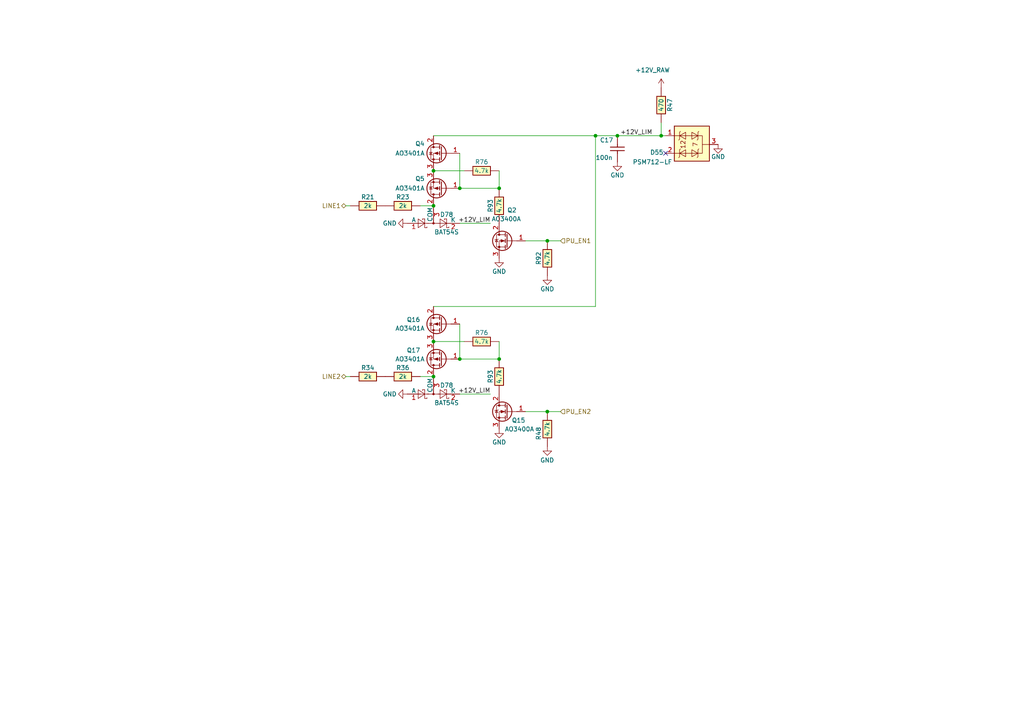
<source format=kicad_sch>
(kicad_sch (version 20230121) (generator eeschema)
  (paper "A4")
  (lib_symbols
    (symbol "Diode:BAT54S" (pin_names (offset 0))
      (property "Reference" "D" (at 2.54 -5.08 0))
      (property "Value" "BAT54S" (at -6.35 3.175 0))
      (symbol "BAT54S_0_1"
        (polyline (pts (xy -3.81 0) (xy -1.27 0)))
        (polyline (pts (xy -3.175 -1.27) (xy -3.175 -1.016)))
        (polyline (pts (xy -2.54 -1.27) (xy -3.175 -1.27)))
        (polyline (pts (xy -2.54 -1.27) (xy -2.54 1.27)))
        (polyline (pts (xy -2.54 1.27) (xy -1.905 1.27)))
        (polyline (pts (xy -1.905 0) (xy 1.905 0)))
        (polyline (pts (xy -1.905 1.27) (xy -1.905 1.016)))
        (polyline (pts (xy 1.27 0) (xy 3.81 0)))
        (polyline (pts (xy 3.175 -1.27) (xy 3.175 -1.016)))
        (polyline (pts (xy 3.81 -1.27) (xy 3.175 -1.27)))
        (polyline (pts (xy 3.81 -1.27) (xy 3.81 1.27)))
        (polyline (pts (xy 3.81 1.27) (xy 4.445 1.27)))
        (polyline (pts (xy 4.445 1.27) (xy 4.445 1.016)))
        (polyline (pts (xy -4.445 1.27) (xy -4.445 -1.27) (xy -2.54 0) (xy -4.445 1.27)))
        (polyline (pts (xy 1.905 1.27) (xy 1.905 -1.27) (xy 3.81 0) (xy 1.905 1.27)))
        (circle (center 0 0) (radius 0.254) (fill (type outline)))
      )
      (symbol "BAT54S_1_1"
        (pin passive line (at -7.62 0 0) (length 3.81) (name "A") (number "1"))
        (pin passive line (at 7.62 0 180) (length 3.81) (name "K") (number "2"))
        (pin passive line (at 0 -5.08 90) (length 5.08) (name "COM") (number "3"))
      )
    )
    (symbol "MOSFET-P_2" (pin_names hide)
      (property "Reference" "Q" (at 5.207 0.9085 0))
      (property "Value" "MOSFET-P_2" (at 5.207 -1.8666 0))
      (symbol "MOSFET-P_2_0_1"
        (polyline (pts (xy 0.254 0) (xy -2.54 0)))
        (polyline (pts (xy 0.254 1.905) (xy 0.254 -1.905)) (stroke (width 0.254)))
        (polyline (pts (xy 0.762 -1.27) (xy 0.762 -2.286)) (stroke (width 0.254)))
        (polyline (pts (xy 0.762 0.508) (xy 0.762 -0.508)) (stroke (width 0.254)))
        (polyline (pts (xy 0.762 2.286) (xy 0.762 1.27)) (stroke (width 0.254)))
        (polyline (pts (xy 2.54 2.54) (xy 2.54 1.778)))
        (polyline (pts (xy 2.54 -2.54) (xy 2.54 0) (xy 0.762 0)))
        (polyline (pts (xy 0.762 1.778) (xy 3.302 1.778) (xy 3.302 -1.778) (xy 0.762 -1.778)))
        (polyline (pts (xy 2.286 0) (xy 1.27 0.381) (xy 1.27 -0.381) (xy 2.286 0)) (fill (type outline)))
        (polyline (pts (xy 2.794 -0.508) (xy 2.921 -0.381) (xy 3.683 -0.381) (xy 3.81 -0.254)))
        (polyline (pts (xy 3.302 -0.381) (xy 2.921 0.254) (xy 3.683 0.254) (xy 3.302 -0.381)))
        (circle (center 1.651 0) (radius 2.794) (stroke (width 0.254)))
        (circle (center 2.54 -1.778) (radius 0.254) (fill (type outline)))
        (circle (center 2.54 1.778) (radius 0.254) (fill (type outline)))
      )
      (symbol "MOSFET-P_2_1_1"
        (pin input line (at -5.08 0 0) (length 2.54) (name "G") (number "1"))
        (pin passive line (at 2.54 5.08 270) (length 2.54) (name "D") (number "2"))
        (pin passive line (at 2.54 -5.08 90) (length 2.54) (name "S") (number "3"))
      )
    )
    (symbol "MOSFET-P_3" (pin_names hide)
      (property "Reference" "Q" (at 5.207 0.9085 0))
      (property "Value" "MOSFET-P_3" (at 5.207 -1.8666 0))
      (symbol "MOSFET-P_3_0_1"
        (polyline (pts (xy 0.254 0) (xy -2.54 0)))
        (polyline (pts (xy 0.254 1.905) (xy 0.254 -1.905)) (stroke (width 0.254)))
        (polyline (pts (xy 0.762 -1.27) (xy 0.762 -2.286)) (stroke (width 0.254)))
        (polyline (pts (xy 0.762 0.508) (xy 0.762 -0.508)) (stroke (width 0.254)))
        (polyline (pts (xy 0.762 2.286) (xy 0.762 1.27)) (stroke (width 0.254)))
        (polyline (pts (xy 2.54 2.54) (xy 2.54 1.778)))
        (polyline (pts (xy 2.54 -2.54) (xy 2.54 0) (xy 0.762 0)))
        (polyline (pts (xy 0.762 1.778) (xy 3.302 1.778) (xy 3.302 -1.778) (xy 0.762 -1.778)))
        (polyline (pts (xy 2.286 0) (xy 1.27 0.381) (xy 1.27 -0.381) (xy 2.286 0)) (fill (type outline)))
        (polyline (pts (xy 2.794 -0.508) (xy 2.921 -0.381) (xy 3.683 -0.381) (xy 3.81 -0.254)))
        (polyline (pts (xy 3.302 -0.381) (xy 2.921 0.254) (xy 3.683 0.254) (xy 3.302 -0.381)))
        (circle (center 1.651 0) (radius 2.794) (stroke (width 0.254)))
        (circle (center 2.54 -1.778) (radius 0.254) (fill (type outline)))
        (circle (center 2.54 1.778) (radius 0.254) (fill (type outline)))
      )
      (symbol "MOSFET-P_3_1_1"
        (pin input line (at -5.08 0 0) (length 2.54) (name "G") (number "1"))
        (pin passive line (at 2.54 5.08 270) (length 2.54) (name "D") (number "2"))
        (pin passive line (at 2.54 -5.08 90) (length 2.54) (name "S") (number "3"))
      )
    )
    (symbol "MOSFET-P_5" (pin_names hide)
      (property "Reference" "Q" (at 5.207 0.9085 0))
      (property "Value" "MOSFET-P_5" (at 5.207 -1.8666 0))
      (symbol "MOSFET-P_5_0_1"
        (polyline (pts (xy 0.254 0) (xy -2.54 0)))
        (polyline (pts (xy 0.254 1.905) (xy 0.254 -1.905)) (stroke (width 0.254)))
        (polyline (pts (xy 0.762 -1.27) (xy 0.762 -2.286)) (stroke (width 0.254)))
        (polyline (pts (xy 0.762 0.508) (xy 0.762 -0.508)) (stroke (width 0.254)))
        (polyline (pts (xy 0.762 2.286) (xy 0.762 1.27)) (stroke (width 0.254)))
        (polyline (pts (xy 2.54 2.54) (xy 2.54 1.778)))
        (polyline (pts (xy 2.54 -2.54) (xy 2.54 0) (xy 0.762 0)))
        (polyline (pts (xy 0.762 1.778) (xy 3.302 1.778) (xy 3.302 -1.778) (xy 0.762 -1.778)))
        (polyline (pts (xy 2.286 0) (xy 1.27 0.381) (xy 1.27 -0.381) (xy 2.286 0)) (fill (type outline)))
        (polyline (pts (xy 2.794 -0.508) (xy 2.921 -0.381) (xy 3.683 -0.381) (xy 3.81 -0.254)))
        (polyline (pts (xy 3.302 -0.381) (xy 2.921 0.254) (xy 3.683 0.254) (xy 3.302 -0.381)))
        (circle (center 1.651 0) (radius 2.794) (stroke (width 0.254)))
        (circle (center 2.54 -1.778) (radius 0.254) (fill (type outline)))
        (circle (center 2.54 1.778) (radius 0.254) (fill (type outline)))
      )
      (symbol "MOSFET-P_5_1_1"
        (pin input line (at -5.08 0 0) (length 2.54) (name "G") (number "1"))
        (pin passive line (at 2.54 5.08 270) (length 2.54) (name "D") (number "2"))
        (pin passive line (at 2.54 -5.08 90) (length 2.54) (name "S") (number "3"))
      )
    )
    (symbol "MOSFET-P_6" (pin_names hide)
      (property "Reference" "Q" (at 5.207 0.9085 0))
      (property "Value" "MOSFET-P_6" (at 5.207 -1.8666 0))
      (symbol "MOSFET-P_6_0_1"
        (polyline (pts (xy 0.254 0) (xy -2.54 0)))
        (polyline (pts (xy 0.254 1.905) (xy 0.254 -1.905)) (stroke (width 0.254)))
        (polyline (pts (xy 0.762 -1.27) (xy 0.762 -2.286)) (stroke (width 0.254)))
        (polyline (pts (xy 0.762 0.508) (xy 0.762 -0.508)) (stroke (width 0.254)))
        (polyline (pts (xy 0.762 2.286) (xy 0.762 1.27)) (stroke (width 0.254)))
        (polyline (pts (xy 2.54 2.54) (xy 2.54 1.778)))
        (polyline (pts (xy 2.54 -2.54) (xy 2.54 0) (xy 0.762 0)))
        (polyline (pts (xy 0.762 1.778) (xy 3.302 1.778) (xy 3.302 -1.778) (xy 0.762 -1.778)))
        (polyline (pts (xy 2.286 0) (xy 1.27 0.381) (xy 1.27 -0.381) (xy 2.286 0)) (fill (type outline)))
        (polyline (pts (xy 2.794 -0.508) (xy 2.921 -0.381) (xy 3.683 -0.381) (xy 3.81 -0.254)))
        (polyline (pts (xy 3.302 -0.381) (xy 2.921 0.254) (xy 3.683 0.254) (xy 3.302 -0.381)))
        (circle (center 1.651 0) (radius 2.794) (stroke (width 0.254)))
        (circle (center 2.54 -1.778) (radius 0.254) (fill (type outline)))
        (circle (center 2.54 1.778) (radius 0.254) (fill (type outline)))
      )
      (symbol "MOSFET-P_6_1_1"
        (pin input line (at -5.08 0 0) (length 2.54) (name "G") (number "1"))
        (pin passive line (at 2.54 5.08 270) (length 2.54) (name "D") (number "2"))
        (pin passive line (at 2.54 -5.08 90) (length 2.54) (name "S") (number "3"))
      )
    )
    (symbol "hellen-one-common:+12V_RAW" (power) (pin_names (offset 0))
      (property "Value" "+12V_RAW" (at 0 3.556 0))
      (symbol "+12V_RAW_0_1"
        (polyline (pts (xy -0.762 1.27) (xy 0 2.54)))
        (polyline (pts (xy 0 0) (xy 0 2.54)))
        (polyline (pts (xy 0 2.54) (xy 0.762 1.27)))
      )
      (symbol "+12V_RAW_1_1"
        (pin power_in line (at 0 0 90) (length 0) hide (name "+12V_RAW") (number "1"))
      )
    )
    (symbol "hellen-one-common:Cap" (pin_numbers hide)
      (property "Reference" "C" (at -3.81 2.54 0))
      (property "Value" "Cap" (at -2.54 -1.27 0))
      (symbol "Cap_1_0"
        (polyline (pts (xy -1.27 0) (xy -0.508 0)) (stroke (width 0.254)))
        (polyline (pts (xy -0.508 -2.032) (xy -0.508 2.032)) (stroke (width 0.254)))
        (polyline (pts (xy 0.508 2.032) (xy 0.508 -2.032)) (stroke (width 0.254)))
        (polyline (pts (xy 1.27 0) (xy 0.508 0)) (stroke (width 0.254)))
        (pin passive line (at -3.81 0 0) (length 2.54) (name "") (number "1"))
        (pin passive line (at 3.81 0 180) (length 2.54) (name "") (number "2"))
      )
    )
    (symbol "hellen-one-common:MOSFET-N" (pin_names hide)
      (property "Reference" "Q" (at 5.08 6.35 0))
      (property "Value" "MOSFET-N" (at 2.54 3.81 0))
      (symbol "MOSFET-N_0_1"
        (polyline (pts (xy 0.254 0) (xy -2.54 0)))
        (polyline (pts (xy 0.254 1.905) (xy 0.254 -1.905)) (stroke (width 0.254)))
        (polyline (pts (xy 0.762 -1.27) (xy 0.762 -2.286)) (stroke (width 0.254)))
        (polyline (pts (xy 0.762 0.508) (xy 0.762 -0.508)) (stroke (width 0.254)))
        (polyline (pts (xy 0.762 2.286) (xy 0.762 1.27)) (stroke (width 0.254)))
        (polyline (pts (xy 2.54 2.54) (xy 2.54 1.778)))
        (polyline (pts (xy 2.54 -2.54) (xy 2.54 0) (xy 0.762 0)))
        (polyline (pts (xy 0.762 -1.778) (xy 3.302 -1.778) (xy 3.302 1.778) (xy 0.762 1.778)))
        (polyline (pts (xy 1.016 0) (xy 2.032 0.381) (xy 2.032 -0.381) (xy 1.016 0)) (fill (type outline)))
        (polyline (pts (xy 2.794 0.508) (xy 2.921 0.381) (xy 3.683 0.381) (xy 3.81 0.254)))
        (polyline (pts (xy 3.302 0.381) (xy 2.921 -0.254) (xy 3.683 -0.254) (xy 3.302 0.381)))
        (circle (center 1.651 0) (radius 2.794) (stroke (width 0.254)))
        (circle (center 2.54 -1.778) (radius 0.254) (fill (type outline)))
        (circle (center 2.54 1.778) (radius 0.254) (fill (type outline)))
      )
      (symbol "MOSFET-N_1_1"
        (pin input line (at -5.08 0 0) (length 2.54) (name "G") (number "1"))
        (pin passive line (at 2.54 5.08 270) (length 2.54) (name "D") (number "2"))
        (pin passive line (at 2.54 -5.08 90) (length 2.54) (name "S") (number "3"))
      )
    )
    (symbol "hellen-one-common:PSM712"
      (property "Reference" "D?" (at 3.302 0.9085 0))
      (property "Value" "PSM712" (at 3.302 -1.8666 0))
      (symbol "PSM712_0_0"
        (text "12" (at -2.286 2.54 0) (effects (font (size 1.27 1.27))))
        (text "7" (at -2.286 -1.016 0) (effects (font (size 1.27 1.27))))
      )
      (symbol "PSM712_0_1"
        (rectangle (start -7.62 5.08) (end 2.54 -5.08) (stroke (width 0.254)) (fill (type background)))
        (polyline (pts (xy -4.826 5.08) (xy -4.826 -3.048) (xy -2.286 -3.048)) (stroke (width 0.1524)))
        (polyline (pts (xy -6.096 3.302) (xy -5.842 3.556) (xy -3.81 3.556) (xy -3.556 3.81)) (stroke (width 0.1524)))
        (polyline (pts (xy -4.826 -1.778) (xy -3.81 0) (xy -5.842 0) (xy -4.826 -1.778)) (stroke (width 0.1524)))
        (polyline (pts (xy -4.826 3.556) (xy -5.842 1.778) (xy -3.81 1.778) (xy -4.826 3.556)) (stroke (width 0.1524)))
        (polyline (pts (xy -3.556 -1.524) (xy -3.81 -1.778) (xy -5.842 -1.778) (xy -6.096 -2.032)) (stroke (width 0.1524)))
        (polyline (pts (xy -1.016 3.302) (xy -0.762 3.556) (xy 1.27 3.556) (xy 1.524 3.81)) (stroke (width 0.1524)))
        (polyline (pts (xy 0.254 -1.778) (xy 1.27 0) (xy -0.762 0) (xy 0.254 -1.778)) (stroke (width 0.1524)))
        (polyline (pts (xy 0.254 3.556) (xy -0.762 1.778) (xy 1.27 1.778) (xy 0.254 3.556)) (stroke (width 0.1524)))
        (polyline (pts (xy 0.254 5.08) (xy 0.254 -3.048) (xy -2.286 -3.048) (xy -2.286 -5.08)) (stroke (width 0.1524)))
        (polyline (pts (xy 1.524 -1.524) (xy 1.27 -1.778) (xy -0.762 -1.778) (xy -1.016 -2.032)) (stroke (width 0.1524)))
      )
      (symbol "PSM712_1_1"
        (pin passive line (at -4.826 7.62 270) (length 2.54) (name "") (number "1"))
        (pin passive line (at 0.254 7.62 270) (length 2.54) (name "") (number "2"))
        (pin passive line (at -2.286 -7.62 90) (length 2.54) (name "") (number "3"))
      )
    )
    (symbol "hellen-one-common:Res" (pin_numbers hide)
      (property "Reference" "R" (at 3.81 2.54 0))
      (property "Value" "Res" (at 5.08 -2.54 0))
      (symbol "Res_1_0"
        (rectangle (start 2.54 -1.27) (end 7.62 1.27) (stroke (width 0.254)) (fill (type background)))
        (pin passive line (at 0 0 0) (length 2.54) (name "") (number "1"))
        (pin passive line (at 10.16 0 180) (length 2.54) (name "") (number "2"))
      )
    )
    (symbol "power:GND" (power) (pin_names (offset 0))
      (property "Value" "GND" (at 0 -3.81 0))
      (symbol "GND_0_1"
        (polyline (pts (xy 0 0) (xy 0 -1.27) (xy 1.27 -1.27) (xy 0 -2.54) (xy -1.27 -1.27) (xy 0 -1.27)))
      )
      (symbol "GND_1_1"
        (pin power_in line (at 0 0 270) (length 0) hide (name "GND") (number "1"))
      )
    )
  )
  (junction (at 158.75 69.85))
  (junction (at 158.75 119.38))
  (junction (at 144.78 104.14))
  (junction (at 133.35 54.61))
  (junction (at 133.35 104.14))
  (junction (at 179.07 39.37))
  (junction (at 125.73 59.69))
  (junction (at 125.73 99.06))
  (junction (at 172.72 39.37))
  (junction (at 125.73 109.22))
  (junction (at 125.73 49.53))
  (junction (at 191.77 39.37))
  (junction (at 144.78 54.61))
  (no_connect (at 193.04 44.45))
  (wire (pts (xy 144.78 104.14) (xy 144.78 99.06)))
  (wire (pts (xy 144.78 104.14) (xy 133.35 104.14)))
  (wire (pts (xy 121.92 109.22) (xy 125.73 109.22)))
  (wire (pts (xy 144.78 54.61) (xy 144.78 49.53)))
  (wire (pts (xy 144.78 54.61) (xy 133.35 54.61)))
  (wire (pts (xy 142.24 64.77) (xy 133.35 64.77)))
  (wire (pts (xy 121.92 59.69) (xy 125.73 59.69)))
  (wire (pts (xy 100.33 59.69) (xy 101.6 59.69)))
  (wire (pts (xy 133.35 114.3) (xy 142.24 114.3)))
  (wire (pts (xy 152.4 69.85) (xy 158.75 69.85)))
  (wire (pts (xy 191.77 35.56) (xy 191.77 39.37)))
  (wire (pts (xy 125.73 49.53) (xy 134.62 49.53)))
  (wire (pts (xy 125.73 39.37) (xy 172.72 39.37)))
  (wire (pts (xy 133.35 44.45) (xy 133.35 54.61)))
  (wire (pts (xy 158.75 119.38) (xy 162.56 119.38)))
  (wire (pts (xy 100.33 109.22) (xy 101.6 109.22)))
  (wire (pts (xy 172.72 39.37) (xy 172.72 88.9)))
  (wire (pts (xy 158.75 69.85) (xy 162.56 69.85)))
  (wire (pts (xy 172.72 39.37) (xy 179.07 39.37)))
  (wire (pts (xy 125.73 99.06) (xy 134.62 99.06)))
  (wire (pts (xy 191.77 39.37) (xy 179.07 39.37)))
  (wire (pts (xy 133.35 93.98) (xy 133.35 104.14)))
  (wire (pts (xy 125.73 88.9) (xy 172.72 88.9)))
  (wire (pts (xy 193.04 39.37) (xy 191.77 39.37)))
  (wire (pts (xy 152.4 119.38) (xy 158.75 119.38)))
  (label "+12V_LIM" (at 142.24 64.77 180))
  (label "+12V_LIM" (at 189.23 39.37 180))
  (label "+12V_LIM" (at 142.24 114.3 180))
  (hierarchical_label "PU_EN1" (shape input) (at 162.56 69.85 0))
  (hierarchical_label "PU_EN2" (shape input) (at 162.56 119.38 0))
  (hierarchical_label "LINE1" (shape bidirectional) (at 100.33 59.69 180))
  (hierarchical_label "LINE2" (shape bidirectional) (at 100.33 109.22 180))
  (symbol (lib_id "hellen-one-common:Res") (at 144.78 49.53 0) (mirror y) (unit 1)
    (property "Reference" "R76" (at 139.7 46.99 0))
    (property "Value" "4.7k" (at 139.7 49.53 0))
    (property "Footprint" "hellen-one-common:R0603" (effects hide))
    (property "LCSC" "C23162" (effects hide))
    (instances (project "alphax_2ch" (path "" (reference "R76") (unit 1)) (path "" (reference "R47") (unit 1))))
  )
  (symbol (lib_id "hellen-one-common:Res") (at 144.78 64.77 270) (mirror x) (unit 1)
    (property "Reference" "R93" (at 142.24 59.69 0))
    (property "Value" "4.7k" (at 144.78 59.69 0))
    (property "Footprint" "hellen-one-common:R0603" (effects hide))
    (property "LCSC" "C23162" (effects hide))
    (instances (project "alphax_2ch" (path "" (reference "R93") (unit 1)) (path "" (reference "R48") (unit 1))))
  )
  (symbol (lib_id "power:GND") (at 144.78 74.93 0) (mirror y) (unit 1)
    (property "Reference" "#PWR026" (effects hide))
    (property "Value" "GND" (at 144.78 78.74 0))
    (instances (project "alphax_2ch" (path "" (reference "#PWR026") (unit 1)) (path "" (reference "#PWR038") (unit 1))))
  )
  (symbol (lib_id "hellen-one-common:MOSFET-N") (at 147.32 119.38 0) (mirror y) (unit 1)
    (property "Reference" "Q15" (at 152.4 121.92 0) (effects (justify left)))
    (property "Value" "AO3400A" (at 154.94 124.46 0) (effects (justify left)))
    (property "Footprint" "hellen-one-common:SOT-23" (effects hide))
    (property "LCSC" " C20917" (effects hide))
    (instances (project "alphax_2ch" (path "" (reference "Q15") (unit 1)) (path "" (reference "Q17") (unit 1))))
  )
  (symbol (lib_id "hellen-one-common:Res") (at 111.76 109.22 0) (mirror y) (unit 1)
    (property "Reference" "R34" (at 106.68 106.68 0))
    (property "Value" "2k" (at 106.68 109.22 0))
    (property "Footprint" "hellen-one-common:R1206" (effects hide))
    (property "LCSC" "C17944" (effects hide))
    (instances (project "alphax_2ch" (path "" (reference "R34") (unit 1)) (path "" (reference "R23") (unit 1))))
  )
  (symbol (lib_id "power:GND") (at 158.75 80.01 0) (mirror y) (unit 1)
    (property "Reference" "#PWR026" (effects hide))
    (property "Value" "GND" (at 158.75 83.82 0))
    (instances (project "alphax_2ch" (path "" (reference "#PWR026") (unit 1)) (path "" (reference "#PWR070") (unit 1))))
  )
  (symbol (lib_id "power:GND") (at 179.07 46.99 0) (unit 1)
    (property "Reference" "#PWR070" (effects hide))
    (property "Value" "GND" (at 179.07 50.8 0))
    (instances (project "alphax_2ch" (path "" (reference "#PWR070") (unit 1)) (path "" (reference "#PWR092") (unit 1))))
  )
  (symbol (lib_id "hellen-one-common:MOSFET-N") (at 147.32 69.85 0) (mirror y) (unit 1)
    (property "Reference" "Q2" (at 149.86 60.96 0) (effects (justify left)))
    (property "Value" "AO3400A" (at 151.13 63.5 0) (effects (justify left)))
    (property "Footprint" "hellen-one-common:SOT-23" (effects hide))
    (property "LCSC" " C20917" (effects hide))
    (instances (project "alphax_2ch" (path "" (reference "Q2") (unit 1)) (path "" (reference "Q16") (unit 1))))
  )
  (symbol (lib_id "power:GND") (at 158.75 129.54 0) (mirror y) (unit 1)
    (property "Reference" "#PWR0126" (effects hide))
    (property "Value" "GND" (at 158.6992 133.4834 0))
    (instances (project "alphax_2ch" (path "" (reference "#PWR0126") (unit 1)) (path "" (reference "#PWR091") (unit 1))))
  )
  (symbol (lib_id "power:GND") (at 118.11 64.77 270) (unit 1)
    (property "Reference" "#PWR0280" (effects hide))
    (property "Value" "GND" (at 113.03 64.77 90))
    (instances (project "alphax_2ch" (path "" (reference "#PWR0280") (unit 1)) (path "" (reference "#PWR026") (unit 1))))
  )
  (symbol (lib_name "MOSFET-P_2") (lib_id "hellen-one-common:MOSFET-P") (at 128.27 104.14 180) (unit 1)
    (property "Reference" "Q17" (at 121.92 101.6 0) (effects (justify left)))
    (property "Value" "AO3401A" (at 123.19 104.14 0) (effects (justify left)))
    (property "Footprint" "hellen-one-common:SOT-23" (effects hide))
    (property "Datasheet" "https://datasheet.lcsc.com/lcsc/1810171817_Alpha-&-Omega-Semicon-AO3401A_C15127.pdf" (effects hide))
    (property "LCSC" "C15127" (effects hide))
    (instances (project "alphax_2ch" (path "" (reference "Q17") (unit 1)) (path "" (reference "Q15") (unit 1))))
  )
  (symbol (lib_id "hellen-one-common:Res") (at 121.92 59.69 0) (mirror y) (unit 1)
    (property "Reference" "R23" (at 116.84 57.15 0))
    (property "Value" "2k" (at 116.84 59.69 0))
    (property "Footprint" "hellen-one-common:R1206" (effects hide))
    (property "LCSC" "C17944" (effects hide))
    (instances (project "alphax_2ch" (path "" (reference "R23") (unit 1)) (path "" (reference "R34") (unit 1))))
  )
  (symbol (lib_id "hellen-one-common:Res") (at 158.75 80.01 90) (unit 1)
    (property "Reference" "R92" (at 156.21 74.93 0))
    (property "Value" "4.7k" (at 158.75 74.93 0))
    (property "Footprint" "hellen-one-common:R0603" (effects hide))
    (property "LCSC" "C23162" (effects hide))
    (instances (project "alphax_2ch" (path "" (reference "R92") (unit 1)) (path "" (reference "R63") (unit 1))))
  )
  (symbol (lib_id "hellen-one-common:Res") (at 111.76 59.69 0) (mirror y) (unit 1)
    (property "Reference" "R21" (at 106.68 57.15 0))
    (property "Value" "2k" (at 106.68 59.69 0))
    (property "Footprint" "hellen-one-common:R1206" (effects hide))
    (property "LCSC" "C17944" (effects hide))
  )
  (symbol (lib_id "hellen-one-common:Res") (at 121.92 109.22 0) (mirror y) (unit 1)
    (property "Reference" "R36" (at 116.84 106.68 0))
    (property "Value" "2k" (at 116.84 109.22 0))
    (property "Footprint" "hellen-one-common:R1206" (effects hide))
    (property "LCSC" "C17944" (effects hide))
  )
  (symbol (lib_id "power:GND") (at 144.78 124.46 0) (mirror y) (unit 1)
    (property "Reference" "#PWR029" (effects hide))
    (property "Value" "GND" (at 144.78 128.27 0))
    (instances (project "alphax_2ch" (path "" (reference "#PWR029") (unit 1)) (path "" (reference "#PWR039") (unit 1))))
  )
  (symbol (lib_id "hellen-one-common:Res") (at 144.78 114.3 270) (mirror x) (unit 1)
    (property "Reference" "R93" (at 142.24 109.22 0))
    (property "Value" "4.7k" (at 144.78 109.22 0))
    (property "Footprint" "hellen-one-common:R0603" (effects hide))
    (property "LCSC" "C23162" (effects hide))
    (instances (project "alphax_2ch" (path "" (reference "R93") (unit 1)) (path "" (reference "R62") (unit 1))))
  )
  (symbol (lib_id "hellen-one-common:+12V_RAW") (at 191.77 25.4 0) (mirror y) (unit 1)
    (property "Reference" "#PWR038" (effects hide))
    (property "Value" "+12V_RAW" (at 194.31 20.32 0) (effects (justify left)))
    (instances (project "alphax_2ch" (path "" (reference "#PWR038") (unit 1)) (path "" (reference "#PWR093") (unit 1))))
  )
  (symbol (lib_id "power:GND") (at 208.28 41.91 0) (mirror y) (unit 1)
    (property "Reference" "#PWR039" (effects hide))
    (property "Value" "GND" (at 208.28 45.466 0))
    (instances (project "alphax_2ch" (path "" (reference "#PWR039") (unit 1)) (path "" (reference "#PWR095") (unit 1))))
  )
  (symbol (lib_id "hellen-one-common:Res") (at 158.75 129.54 270) (mirror x) (unit 1)
    (property "Reference" "R48" (at 156.21 125.73 0))
    (property "Value" "4.7k" (at 158.75 124.46 0))
    (property "Footprint" "hellen-one-common:R0603" (effects hide))
    (property "LCSC" "C23162" (effects hide))
    (instances (project "alphax_2ch" (path "" (reference "R48") (unit 1)) (path "" (reference "R64") (unit 1))))
  )
  (symbol (lib_id "Diode:BAT54S") (at 125.73 64.77 0) (mirror x) (unit 1)
    (property "Reference" "D78" (at 129.54 62.23 0))
    (property "Value" "BAT54S" (at 129.54 67.31 0))
    (property "Footprint" "Package_TO_SOT_SMD:SOT-23" (effects hide))
    (property "Datasheet" "https://www.diodes.com/assets/Datasheets/ds11005.pdf" (effects hide))
    (property "LCSC" "C47546" (effects hide))
    (instances (project "alphax_2ch" (path "" (reference "D78") (unit 1)) (path "" (reference "D28") (unit 1))))
  )
  (symbol (lib_name "MOSFET-P_3") (lib_id "hellen-one-common:MOSFET-P") (at 128.27 93.98 0) (mirror y) (unit 1)
    (property "Reference" "Q16" (at 121.92 92.71 0) (effects (justify left)))
    (property "Value" "AO3401A" (at 123.19 95.25 0) (effects (justify left)))
    (property "Footprint" "hellen-one-common:SOT-23" (effects hide))
    (property "Datasheet" "https://datasheet.lcsc.com/lcsc/1810171817_Alpha-&-Omega-Semicon-AO3401A_C15127.pdf" (effects hide))
    (property "LCSC" "C15127" (effects hide))
    (instances (project "alphax_2ch" (path "" (reference "Q16") (unit 1)) (path "" (reference "Q5") (unit 1))))
  )
  (symbol (lib_id "power:GND") (at 118.11 114.3 270) (unit 1)
    (property "Reference" "#PWR0280" (effects hide))
    (property "Value" "GND" (at 113.03 114.3 90))
    (instances (project "alphax_2ch" (path "" (reference "#PWR0280") (unit 1)) (path "" (reference "#PWR029") (unit 1))))
  )
  (symbol (lib_id "Diode:BAT54S") (at 125.73 114.3 0) (mirror x) (unit 1)
    (property "Reference" "D78" (at 129.54 111.76 0))
    (property "Value" "BAT54S" (at 129.54 116.84 0))
    (property "Footprint" "Package_TO_SOT_SMD:SOT-23" (effects hide))
    (property "Datasheet" "https://www.diodes.com/assets/Datasheets/ds11005.pdf" (effects hide))
    (property "LCSC" "C47546" (effects hide))
    (instances (project "alphax_2ch" (path "" (reference "D78") (unit 1)) (path "" (reference "D29") (unit 1))))
  )
  (symbol (lib_name "MOSFET-P_6") (lib_id "hellen-one-common:MOSFET-P") (at 128.27 44.45 0) (mirror y) (unit 1)
    (property "Reference" "Q4" (at 123.19 41.6749 0) (effects (justify left)))
    (property "Value" "AO3401A" (at 123.19 44.45 0) (effects (justify left)))
    (property "Footprint" "hellen-one-common:SOT-23" (effects hide))
    (property "Datasheet" "https://datasheet.lcsc.com/lcsc/1810171817_Alpha-&-Omega-Semicon-AO3401A_C15127.pdf" (effects hide))
    (property "LCSC" "C15127" (effects hide))
    (instances (project "alphax_2ch" (path "" (reference "Q4") (unit 1)) (path "" (reference "Q2") (unit 1))))
  )
  (symbol (lib_id "hellen-one-common:PSM712") (at 200.66 44.196 90) (mirror x) (unit 1)
    (property "Reference" "D55" (at 190.5 44.196 90))
    (property "Value" "PSM712-LF" (at 189.23 46.99 90))
    (property "Footprint" "hellen-one-common:SOT-23" (effects hide))
    (property "Datasheet" "https://datasheet.lcsc.com/lcsc/1811061632_ProTek-Devices-PSM712-LF-T7_C32677.pdf" (effects hide))
    (property "LCSC" "C32677" (effects hide))
    (instances (project "alphax_2ch" (path "" (reference "D55") (unit 1)) (path "" (reference "D30") (unit 1))))
  )
  (symbol (lib_id "hellen-one-common:Res") (at 191.77 35.56 90) (unit 1)
    (property "Reference" "R47" (at 194.31 30.48 0))
    (property "Value" "470" (at 191.77 30.48 0))
    (property "Footprint" "hellen-one-common:R0805" (effects hide))
    (property "LCSC" "C17710" (effects hide))
    (instances (project "alphax_2ch" (path "" (reference "R47") (unit 1)) (path "" (reference "R65") (unit 1))))
  )
  (symbol (lib_id "hellen-one-common:Cap") (at 179.07 43.18 90) (unit 1)
    (property "Reference" "C17" (at 173.99 40.64 90) (effects (justify right)))
    (property "Value" "100n" (at 172.72 45.72 90) (effects (justify right)))
    (property "Footprint" "hellen-one-common:C0603" (effects hide))
    (property "LCSC" "C14663" (effects hide))
    (instances (project "alphax_2ch" (path "" (reference "C17") (unit 1)) (path "" (reference "C6") (unit 1))))
  )
  (symbol (lib_id "hellen-one-common:Res") (at 144.78 99.06 0) (mirror y) (unit 1)
    (property "Reference" "R76" (at 139.7 96.52 0))
    (property "Value" "4.7k" (at 139.7 99.06 0))
    (property "Footprint" "hellen-one-common:R0603" (effects hide))
    (property "LCSC" "C23162" (effects hide))
    (instances (project "alphax_2ch" (path "" (reference "R76") (unit 1)) (path "" (reference "R61") (unit 1))))
  )
  (symbol (lib_name "MOSFET-P_5") (lib_id "hellen-one-common:MOSFET-P") (at 128.27 54.61 180) (unit 1)
    (property "Reference" "Q5" (at 123.19 51.8349 0) (effects (justify left)))
    (property "Value" "AO3401A" (at 123.19 54.61 0) (effects (justify left)))
    (property "Footprint" "hellen-one-common:SOT-23" (effects hide))
    (property "Datasheet" "https://datasheet.lcsc.com/lcsc/1810171817_Alpha-&-Omega-Semicon-AO3401A_C15127.pdf" (effects hide))
    (property "LCSC" "C15127" (effects hide))
    (instances (project "alphax_2ch" (path "" (reference "Q5") (unit 1)) (path "" (reference "Q4") (unit 1))))
  )
)
</source>
